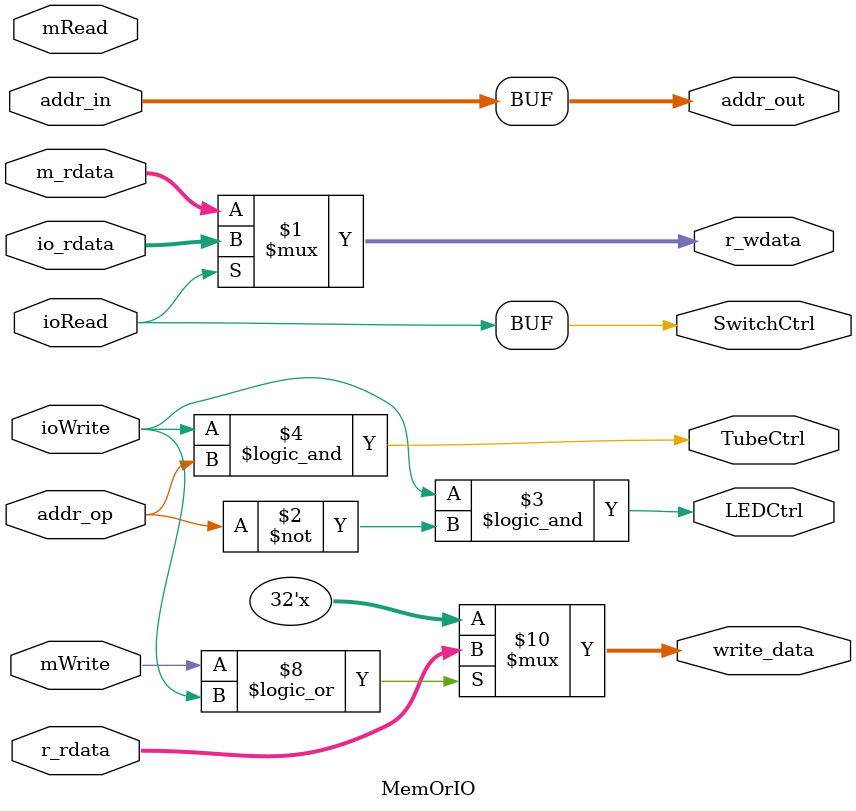
<source format=v>
module MemOrIO( mRead, mWrite, ioRead, ioWrite,addr_in, addr_out, m_rdata, io_rdata, r_wdata, r_rdata, write_data, LEDCtrl, SwitchCtrl, TubeCtrl,addr_op);
input mRead; // read memory, fromController
input mWrite; // write memory, fromController
input ioRead; // read IO, from Controll
input ioWrite; // write IO, from Controller
input[31:0] addr_in; // from alu_result in ALU
input addr_op;
output[31:0] addr_out; // address to Data-Memory
input[31:0] m_rdata; // data read from Data-Memory
input[31:0] io_rdata; // data read from IO, 32 bits
output[31:0] r_wdata; // data to Decoder(register file)
input[31:0] r_rdata; // data read from Decoder(register file)
output reg[31:0] write_data; // data to memory or I/Oï¼m_wdata, io_wdataï¼?
output SwitchCtrl; // Switch Chip Select
output LEDCtrl;
output TubeCtrl;

assign addr_out = addr_in;
// The data wirte to register file may be from memory or io. 
// While the data is from io, it should be the lower 16bit of r_wdata. 
assign r_wdata = ioRead ? io_rdata : m_rdata;

// Chip select signal of Led and Switch are all active high;
// assign LEDCtrl = ioWrite;
assign LEDCtrl = ioWrite  && (~addr_op);  
assign SwitchCtrl = ioRead;
assign TubeCtrl = ioWrite && (addr_op);

always @* begin
     if((mWrite==1)||(ioWrite==1))
        //wirte_data could go to either memory or IO. where is it from?
        write_data = r_rdata;
    // else
    //     write_data = 32'hZZZZZZZZ;
end

endmodule

</source>
